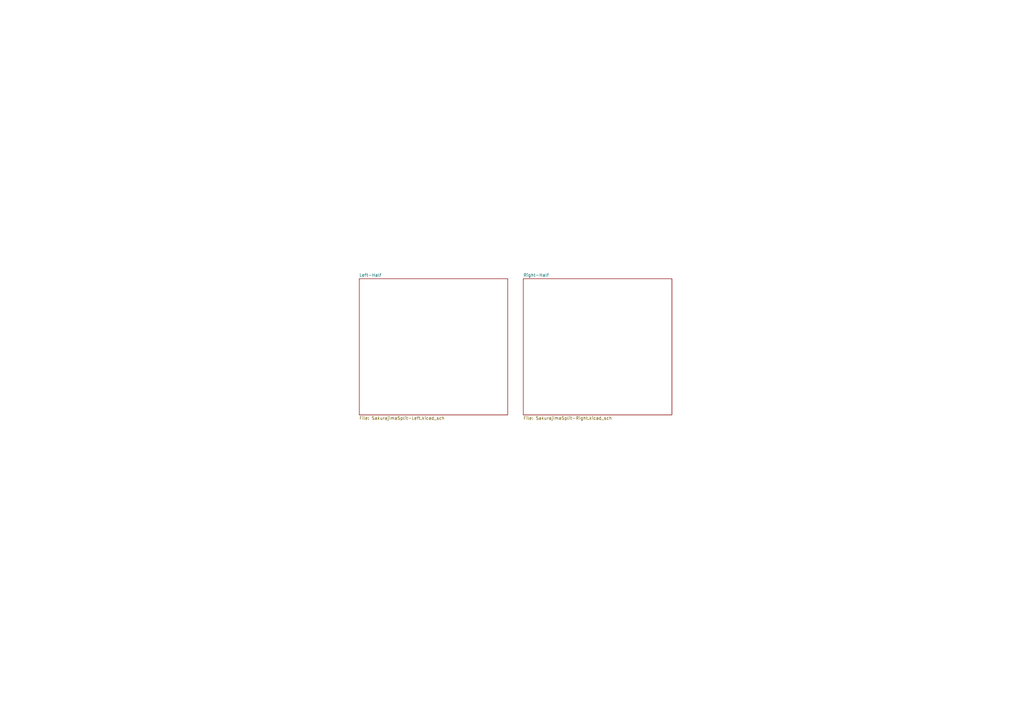
<source format=kicad_sch>
(kicad_sch
	(version 20250114)
	(generator "eeschema")
	(generator_version "9.0")
	(uuid "2049b6de-7453-46e1-ab60-70116abff9d6")
	(paper "A3")
	(title_block
		(title "SakurajimaSplit")
		(date "2025-05-21")
		(rev "1.0")
		(company "HayataSama")
		(comment 1 "https://github.com/HayataSama/SakurajimaSplit")
	)
	(lib_symbols)
	(sheet
		(at 214.63 114.3)
		(size 60.96 55.88)
		(exclude_from_sim no)
		(in_bom yes)
		(on_board yes)
		(dnp no)
		(fields_autoplaced yes)
		(stroke
			(width 0.1524)
			(type solid)
		)
		(fill
			(color 0 0 0 0.0000)
		)
		(uuid "2fb40ee0-3e4b-4e2d-8d4c-b78786a3c10e")
		(property "Sheetname" "Right-Half"
			(at 214.63 113.5884 0)
			(effects
				(font
					(size 1.27 1.27)
				)
				(justify left bottom)
			)
		)
		(property "Sheetfile" "SakurajimaSplit-Right.kicad_sch"
			(at 214.63 170.7646 0)
			(effects
				(font
					(size 1.27 1.27)
				)
				(justify left top)
			)
		)
		(instances
			(project "SakurajimaSplit"
				(path "/2049b6de-7453-46e1-ab60-70116abff9d6"
					(page "5")
				)
			)
		)
	)
	(sheet
		(at 147.32 114.3)
		(size 60.96 55.88)
		(exclude_from_sim no)
		(in_bom yes)
		(on_board yes)
		(dnp no)
		(fields_autoplaced yes)
		(stroke
			(width 0.1524)
			(type solid)
		)
		(fill
			(color 0 0 0 0.0000)
		)
		(uuid "d08add9a-e5d5-49be-809e-a90adb11436d")
		(property "Sheetname" "Left-Half"
			(at 147.32 113.5884 0)
			(effects
				(font
					(size 1.27 1.27)
				)
				(justify left bottom)
			)
		)
		(property "Sheetfile" "SakurajimaSplit-Left.kicad_sch"
			(at 147.32 170.7646 0)
			(effects
				(font
					(size 1.27 1.27)
				)
				(justify left top)
			)
		)
		(instances
			(project "SakurajimaSplit"
				(path "/2049b6de-7453-46e1-ab60-70116abff9d6"
					(page "2")
				)
			)
		)
	)
	(sheet_instances
		(path "/"
			(page "1")
		)
	)
	(embedded_fonts no)
)

</source>
